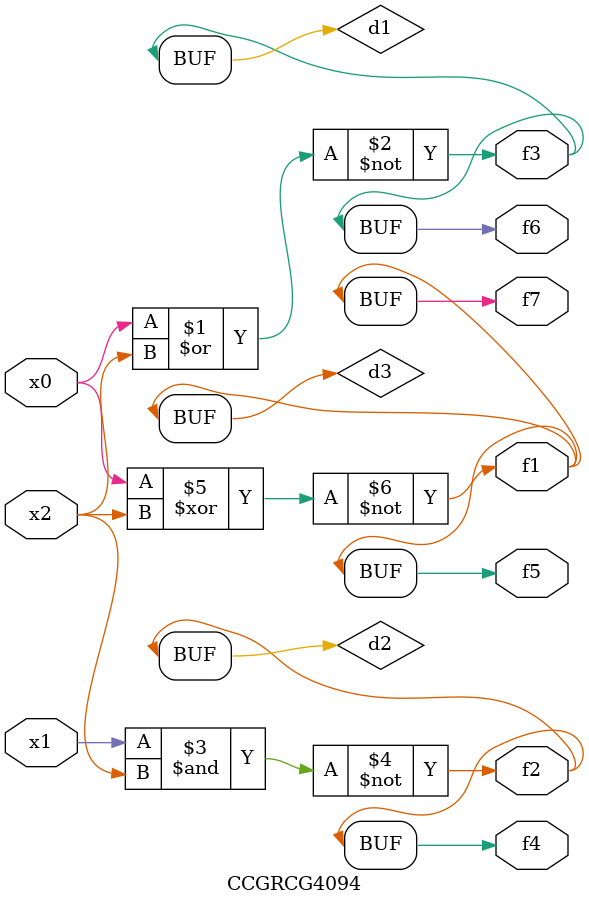
<source format=v>
module CCGRCG4094(
	input x0, x1, x2,
	output f1, f2, f3, f4, f5, f6, f7
);

	wire d1, d2, d3;

	nor (d1, x0, x2);
	nand (d2, x1, x2);
	xnor (d3, x0, x2);
	assign f1 = d3;
	assign f2 = d2;
	assign f3 = d1;
	assign f4 = d2;
	assign f5 = d3;
	assign f6 = d1;
	assign f7 = d3;
endmodule

</source>
